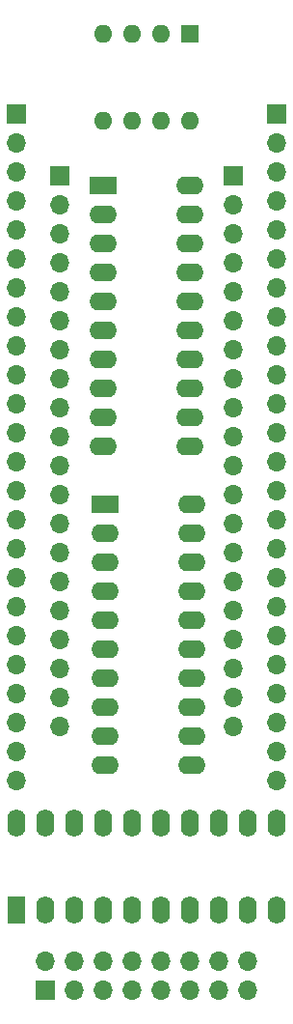
<source format=gbr>
%TF.GenerationSoftware,KiCad,Pcbnew,7.0.1*%
%TF.CreationDate,2023-04-24T00:42:08-07:00*%
%TF.ProjectId,TN9K_F18A,544e394b-5f46-4313-9841-2e6b69636164,rev?*%
%TF.SameCoordinates,Original*%
%TF.FileFunction,Soldermask,Bot*%
%TF.FilePolarity,Negative*%
%FSLAX46Y46*%
G04 Gerber Fmt 4.6, Leading zero omitted, Abs format (unit mm)*
G04 Created by KiCad (PCBNEW 7.0.1) date 2023-04-24 00:42:08*
%MOMM*%
%LPD*%
G01*
G04 APERTURE LIST*
%ADD10R,2.400000X1.600000*%
%ADD11O,2.400000X1.600000*%
%ADD12R,1.700000X1.700000*%
%ADD13O,1.700000X1.700000*%
%ADD14R,1.600000X1.600000*%
%ADD15O,1.600000X1.600000*%
%ADD16R,1.600000X2.400000*%
%ADD17O,1.600000X2.400000*%
G04 APERTURE END LIST*
D10*
%TO.C,U3*%
X157480000Y-56515000D03*
D11*
X157480000Y-59055000D03*
X157480000Y-61595000D03*
X157480000Y-64135000D03*
X157480000Y-66675000D03*
X157480000Y-69215000D03*
X157480000Y-71755000D03*
X157480000Y-74295000D03*
X157480000Y-76835000D03*
X157480000Y-79375000D03*
X165100000Y-79375000D03*
X165100000Y-76835000D03*
X165100000Y-74295000D03*
X165100000Y-71755000D03*
X165100000Y-69215000D03*
X165100000Y-66675000D03*
X165100000Y-64135000D03*
X165100000Y-61595000D03*
X165100000Y-59055000D03*
X165100000Y-56515000D03*
%TD*%
D12*
%TO.C,J3*%
X149877300Y-50200400D03*
D13*
X149877300Y-52740400D03*
X149877300Y-55280400D03*
X149877300Y-57820400D03*
X149877300Y-60360400D03*
X149877300Y-62900400D03*
X149877300Y-65440400D03*
X149877300Y-67980400D03*
X149877300Y-70520400D03*
X149877300Y-73060400D03*
X149877300Y-75600400D03*
X149877300Y-78140400D03*
X149877300Y-80680400D03*
X149877300Y-83220400D03*
X149877300Y-85760400D03*
X149877300Y-88300400D03*
X149877300Y-90840400D03*
X149877300Y-93380400D03*
X149877300Y-95920400D03*
X149877300Y-98460400D03*
X149877300Y-101000400D03*
X149877300Y-103540400D03*
X149877300Y-106080400D03*
X149877300Y-108620400D03*
%TD*%
D14*
%TO.C,J5*%
X165100000Y-43180000D03*
D15*
X162560000Y-43180000D03*
X160020000Y-43180000D03*
X157480000Y-43180000D03*
X157480000Y-50800000D03*
X160020000Y-50800000D03*
X162560000Y-50800000D03*
X165100000Y-50800000D03*
%TD*%
D12*
%TO.C,J6*%
X152400000Y-127000000D03*
D13*
X152400000Y-124460000D03*
X154940000Y-127000000D03*
X154940000Y-124460000D03*
X157480000Y-127000000D03*
X157480000Y-124460000D03*
X160020000Y-127000000D03*
X160020000Y-124460000D03*
X162560000Y-127000000D03*
X162560000Y-124460000D03*
X165100000Y-127000000D03*
X165100000Y-124460000D03*
X167640000Y-127000000D03*
X167640000Y-124460000D03*
X170180000Y-127000000D03*
X170180000Y-124460000D03*
%TD*%
D12*
%TO.C,J4*%
X172694200Y-50200400D03*
D13*
X172694200Y-52740400D03*
X172694200Y-55280400D03*
X172694200Y-57820400D03*
X172694200Y-60360400D03*
X172694200Y-62900400D03*
X172694200Y-65440400D03*
X172694200Y-67980400D03*
X172694200Y-70520400D03*
X172694200Y-73060400D03*
X172694200Y-75600400D03*
X172694200Y-78140400D03*
X172694200Y-80680400D03*
X172694200Y-83220400D03*
X172694200Y-85760400D03*
X172694200Y-88300400D03*
X172694200Y-90840400D03*
X172694200Y-93380400D03*
X172694200Y-95920400D03*
X172694200Y-98460400D03*
X172694200Y-101000400D03*
X172694200Y-103540400D03*
X172694200Y-106080400D03*
X172694200Y-108620400D03*
%TD*%
D16*
%TO.C,U2*%
X149860000Y-120015000D03*
D17*
X152400000Y-120015000D03*
X154940000Y-120015000D03*
X157480000Y-120015000D03*
X160020000Y-120015000D03*
X162560000Y-120015000D03*
X165100000Y-120015000D03*
X167640000Y-120015000D03*
X170180000Y-120015000D03*
X172720000Y-120015000D03*
X172720000Y-112395000D03*
X170180000Y-112395000D03*
X167640000Y-112395000D03*
X165100000Y-112395000D03*
X162560000Y-112395000D03*
X160020000Y-112395000D03*
X157480000Y-112395000D03*
X154940000Y-112395000D03*
X152400000Y-112395000D03*
X149860000Y-112395000D03*
%TD*%
D10*
%TO.C,U1*%
X157607000Y-84455000D03*
D11*
X157607000Y-86995000D03*
X157607000Y-89535000D03*
X157607000Y-92075000D03*
X157607000Y-94615000D03*
X157607000Y-97155000D03*
X157607000Y-99695000D03*
X157607000Y-102235000D03*
X157607000Y-104775000D03*
X157607000Y-107315000D03*
X165227000Y-107315000D03*
X165227000Y-104775000D03*
X165227000Y-102235000D03*
X165227000Y-99695000D03*
X165227000Y-97155000D03*
X165227000Y-94615000D03*
X165227000Y-92075000D03*
X165227000Y-89535000D03*
X165227000Y-86995000D03*
X165227000Y-84455000D03*
%TD*%
D12*
%TO.C,J2*%
X168910000Y-55676800D03*
D13*
X168910000Y-58216800D03*
X168910000Y-60756800D03*
X168910000Y-63296800D03*
X168910000Y-65836800D03*
X168910000Y-68376800D03*
X168910000Y-70916800D03*
X168910000Y-73456800D03*
X168910000Y-75996800D03*
X168910000Y-78536800D03*
X168910000Y-81076800D03*
X168910000Y-83616800D03*
X168910000Y-86156800D03*
X168910000Y-88696800D03*
X168910000Y-91236800D03*
X168910000Y-93776800D03*
X168910000Y-96316800D03*
X168910000Y-98856800D03*
X168910000Y-101396800D03*
X168910000Y-103936800D03*
%TD*%
D12*
%TO.C,J1*%
X153670000Y-55676800D03*
D13*
X153670000Y-58216800D03*
X153670000Y-60756800D03*
X153670000Y-63296800D03*
X153670000Y-65836800D03*
X153670000Y-68376800D03*
X153670000Y-70916800D03*
X153670000Y-73456800D03*
X153670000Y-75996800D03*
X153670000Y-78536800D03*
X153670000Y-81076800D03*
X153670000Y-83616800D03*
X153670000Y-86156800D03*
X153670000Y-88696800D03*
X153670000Y-91236800D03*
X153670000Y-93776800D03*
X153670000Y-96316800D03*
X153670000Y-98856800D03*
X153670000Y-101396800D03*
X153670000Y-103936800D03*
%TD*%
M02*

</source>
